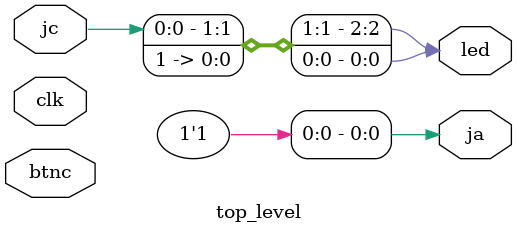
<source format=sv>
`timescale 1ns / 1ps
`default_nettype none

module top_level(
  input wire clk, //clock @ 100 mhz
  input wire btnc, //btnc (used for reset)
  input wire [7:0] jc,
  output logic [7:0] ja,
  output logic [15:0] led
  );
// 100mhz clk 
// 1 0 1 0 
assign ja[0] = 1'b1; 
assign led[0] = 1'b1;              
assign led[2] = jc[0];  
  
endmodule


`default_nettype wire
</source>
